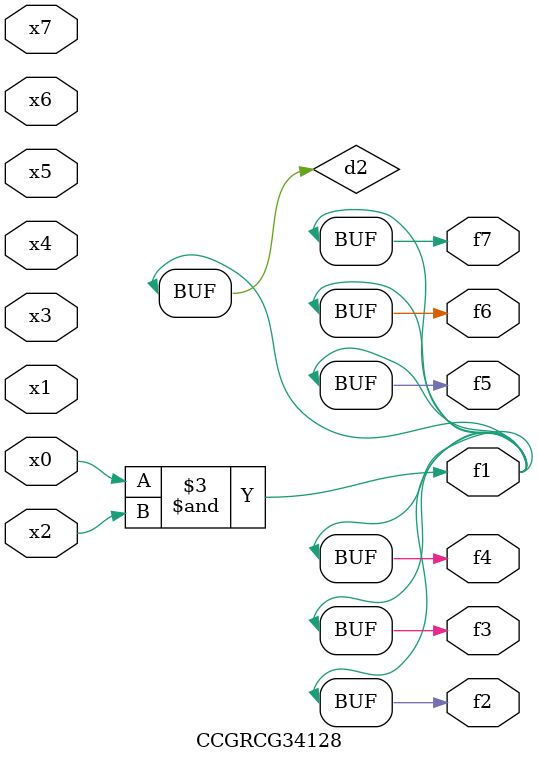
<source format=v>
module CCGRCG34128(
	input x0, x1, x2, x3, x4, x5, x6, x7,
	output f1, f2, f3, f4, f5, f6, f7
);

	wire d1, d2;

	nor (d1, x3, x6);
	and (d2, x0, x2);
	assign f1 = d2;
	assign f2 = d2;
	assign f3 = d2;
	assign f4 = d2;
	assign f5 = d2;
	assign f6 = d2;
	assign f7 = d2;
endmodule

</source>
